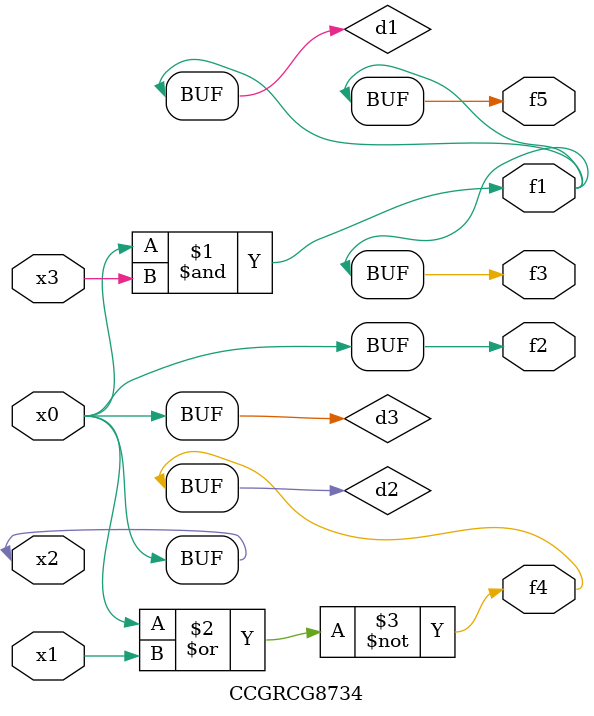
<source format=v>
module CCGRCG8734(
	input x0, x1, x2, x3,
	output f1, f2, f3, f4, f5
);

	wire d1, d2, d3;

	and (d1, x2, x3);
	nor (d2, x0, x1);
	buf (d3, x0, x2);
	assign f1 = d1;
	assign f2 = d3;
	assign f3 = d1;
	assign f4 = d2;
	assign f5 = d1;
endmodule

</source>
